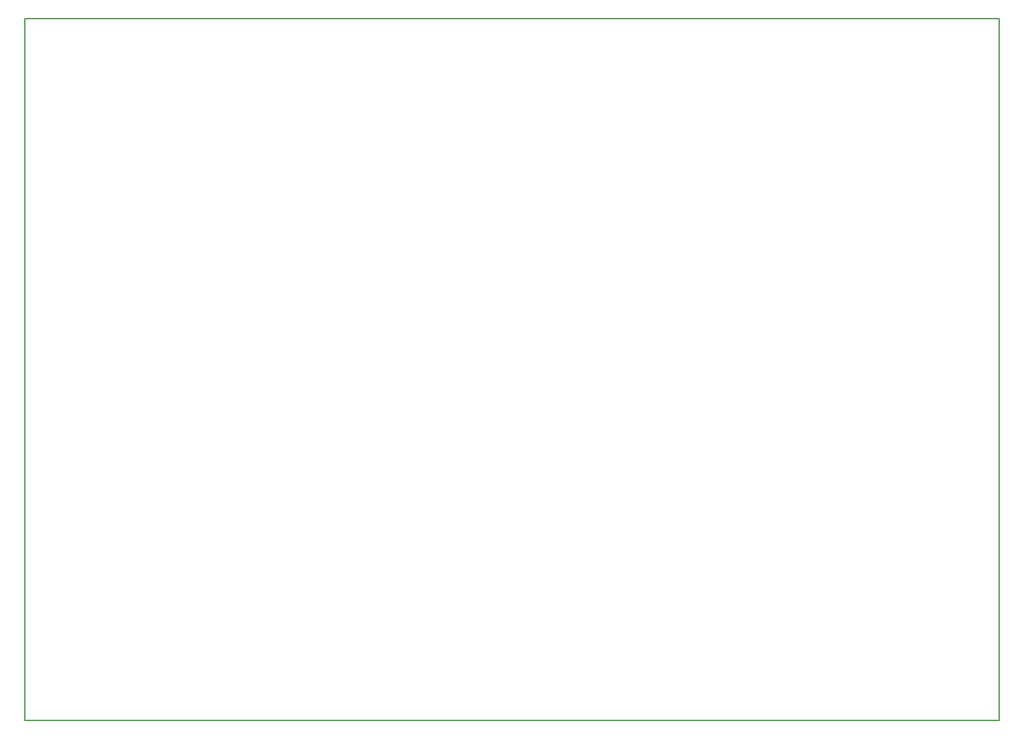
<source format=gbo>
G04 MADE WITH FRITZING*
G04 WWW.FRITZING.ORG*
G04 DOUBLE SIDED*
G04 HOLES PLATED*
G04 CONTOUR ON CENTER OF CONTOUR VECTOR*
%ASAXBY*%
%FSLAX23Y23*%
%MOIN*%
%OFA0B0*%
%SFA1.0B1.0*%
%ADD10R,5.236230X3.779530X5.220230X3.763530*%
%ADD11C,0.008000*%
%LNSILK0*%
G90*
G70*
G54D11*
X4Y3776D02*
X5232Y3776D01*
X5232Y4D01*
X4Y4D01*
X4Y3776D01*
D02*
G04 End of Silk0*
M02*
</source>
